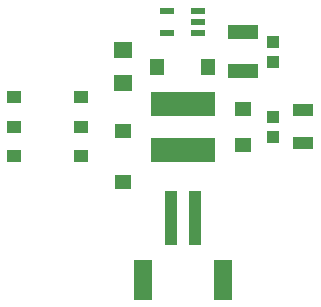
<source format=gbr>
G04 EAGLE Gerber RS-274X export*
G75*
%MOMM*%
%FSLAX34Y34*%
%LPD*%
%INSolderpaste Top*%
%IPPOS*%
%AMOC8*
5,1,8,0,0,1.08239X$1,22.5*%
G01*
%ADD10R,1.270000X1.470000*%
%ADD11R,5.500000X2.150000*%
%ADD12R,2.500000X1.200000*%
%ADD13R,1.600000X1.400000*%
%ADD14R,1.000000X1.100000*%
%ADD15R,1.400000X1.200000*%
%ADD16R,1.200000X0.550000*%
%ADD17R,1.800000X1.000000*%
%ADD18R,1.000000X4.600000*%
%ADD19R,1.600000X3.400000*%
%ADD20R,1.150000X1.000000*%
%ADD21R,1.470000X1.270000*%


D10*
X156300Y228600D03*
X199300Y228600D03*
D11*
X177800Y197000D03*
X177800Y158600D03*
D12*
X228600Y257800D03*
X228600Y224800D03*
D13*
X127000Y242600D03*
X127000Y214600D03*
D14*
X254000Y232800D03*
X254000Y249800D03*
X254000Y169300D03*
X254000Y186300D03*
D15*
X228600Y162800D03*
X228600Y192800D03*
D16*
X190801Y257200D03*
X190801Y266700D03*
X190801Y276200D03*
X164799Y276200D03*
X164799Y257200D03*
D17*
X279400Y191800D03*
X279400Y163800D03*
D18*
X187800Y100500D03*
X167800Y100500D03*
D19*
X211800Y48500D03*
X143800Y48500D03*
D20*
X35250Y202800D03*
X35250Y177800D03*
X35250Y152800D03*
X91750Y202800D03*
X91750Y177800D03*
X91750Y152800D03*
D21*
X127000Y130900D03*
X127000Y173900D03*
M02*

</source>
